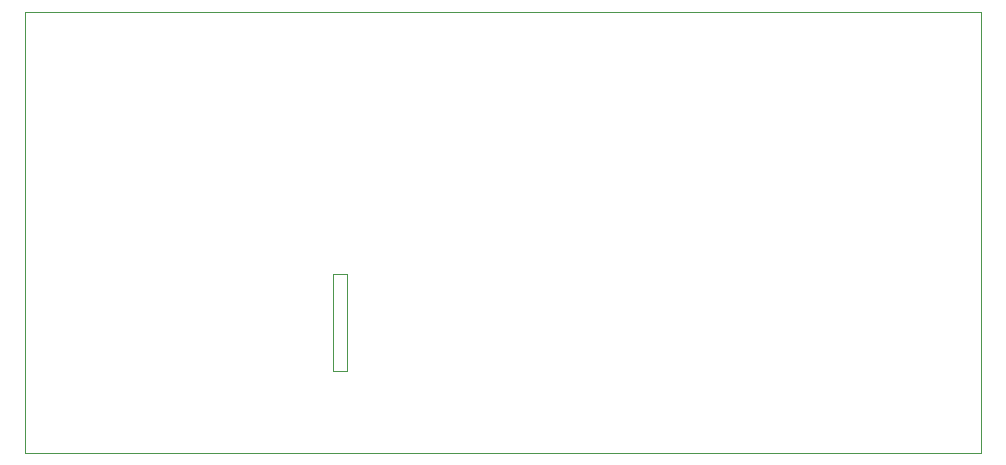
<source format=gm1>
G04 #@! TF.GenerationSoftware,KiCad,Pcbnew,(6.0.0-0)*
G04 #@! TF.CreationDate,2022-02-24T15:34:46+01:00*
G04 #@! TF.ProjectId,AC Power Supply,41432050-6f77-4657-9220-537570706c79,rev?*
G04 #@! TF.SameCoordinates,Original*
G04 #@! TF.FileFunction,Profile,NP*
%FSLAX46Y46*%
G04 Gerber Fmt 4.6, Leading zero omitted, Abs format (unit mm)*
G04 Created by KiCad (PCBNEW (6.0.0-0)) date 2022-02-24 15:34:46*
%MOMM*%
%LPD*%
G01*
G04 APERTURE LIST*
G04 #@! TA.AperFunction,Profile*
%ADD10C,0.100000*%
G04 #@! TD*
G04 APERTURE END LIST*
D10*
X128800000Y-80600000D02*
X47800000Y-80600000D01*
X73900000Y-65400000D02*
X75100000Y-65400000D01*
X75100000Y-65400000D02*
X75100000Y-73600000D01*
X75100000Y-73600000D02*
X73900000Y-73600000D01*
X73900000Y-73600000D02*
X73900000Y-65400000D01*
X128800000Y-43200000D02*
X47800000Y-43200000D01*
X128800000Y-80600000D02*
X128800000Y-43200000D01*
X47800000Y-43200000D02*
X47800000Y-80600000D01*
M02*

</source>
